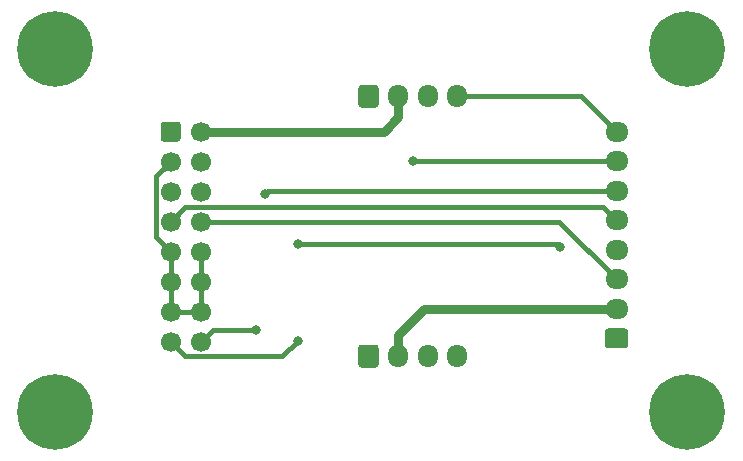
<source format=gbr>
%TF.GenerationSoftware,KiCad,Pcbnew,5.1.12-84ad8e8a86~92~ubuntu20.04.1*%
%TF.CreationDate,2022-01-08T10:03:15+01:00*%
%TF.ProjectId,message_display_interface,6d657373-6167-4655-9f64-6973706c6179,rev?*%
%TF.SameCoordinates,Original*%
%TF.FileFunction,Copper,L1,Top*%
%TF.FilePolarity,Positive*%
%FSLAX46Y46*%
G04 Gerber Fmt 4.6, Leading zero omitted, Abs format (unit mm)*
G04 Created by KiCad (PCBNEW 5.1.12-84ad8e8a86~92~ubuntu20.04.1) date 2022-01-08 10:03:15*
%MOMM*%
%LPD*%
G01*
G04 APERTURE LIST*
%TA.AperFunction,ComponentPad*%
%ADD10C,6.400000*%
%TD*%
%TA.AperFunction,ComponentPad*%
%ADD11O,1.700000X1.950000*%
%TD*%
%TA.AperFunction,ComponentPad*%
%ADD12O,1.950000X1.700000*%
%TD*%
%TA.AperFunction,ComponentPad*%
%ADD13C,1.700000*%
%TD*%
%TA.AperFunction,ViaPad*%
%ADD14C,0.800000*%
%TD*%
%TA.AperFunction,Conductor*%
%ADD15C,0.800000*%
%TD*%
%TA.AperFunction,Conductor*%
%ADD16C,0.400000*%
%TD*%
G04 APERTURE END LIST*
D10*
%TO.P,H4,1*%
%TO.N,GND*%
X177750000Y-88750000D03*
%TD*%
%TO.P,H3,1*%
%TO.N,GND*%
X177750000Y-58000000D03*
%TD*%
%TO.P,H2,1*%
%TO.N,GND*%
X124250000Y-88750000D03*
%TD*%
%TO.P,H1,1*%
%TO.N,GND*%
X124250000Y-58000000D03*
%TD*%
D11*
%TO.P,J4,4*%
%TO.N,/LED_OUT*%
X158250000Y-62000000D03*
%TO.P,J4,3*%
%TO.N,Net-(J3-Pad4)*%
X155750000Y-62000000D03*
%TO.P,J4,2*%
%TO.N,VCC*%
X153250000Y-62000000D03*
%TO.P,J4,1*%
%TO.N,GND*%
%TA.AperFunction,ComponentPad*%
G36*
G01*
X149900000Y-62725000D02*
X149900000Y-61275000D01*
G75*
G02*
X150150000Y-61025000I250000J0D01*
G01*
X151350000Y-61025000D01*
G75*
G02*
X151600000Y-61275000I0J-250000D01*
G01*
X151600000Y-62725000D01*
G75*
G02*
X151350000Y-62975000I-250000J0D01*
G01*
X150150000Y-62975000D01*
G75*
G02*
X149900000Y-62725000I0J250000D01*
G01*
G37*
%TD.AperFunction*%
%TD*%
%TO.P,J3,4*%
%TO.N,Net-(J3-Pad4)*%
X158250000Y-84000000D03*
%TO.P,J3,3*%
%TO.N,/LED_IN*%
X155750000Y-84000000D03*
%TO.P,J3,2*%
%TO.N,VCC*%
X153250000Y-84000000D03*
%TO.P,J3,1*%
%TO.N,GND*%
%TA.AperFunction,ComponentPad*%
G36*
G01*
X149900000Y-84725000D02*
X149900000Y-83275000D01*
G75*
G02*
X150150000Y-83025000I250000J0D01*
G01*
X151350000Y-83025000D01*
G75*
G02*
X151600000Y-83275000I0J-250000D01*
G01*
X151600000Y-84725000D01*
G75*
G02*
X151350000Y-84975000I-250000J0D01*
G01*
X150150000Y-84975000D01*
G75*
G02*
X149900000Y-84725000I0J250000D01*
G01*
G37*
%TD.AperFunction*%
%TD*%
D12*
%TO.P,J1,8*%
%TO.N,/LED_OUT*%
X171750000Y-65000000D03*
%TO.P,J1,7*%
%TO.N,/LED_IN*%
X171750000Y-67500000D03*
%TO.P,J1,6*%
%TO.N,/MD_DOUT*%
X171750000Y-70000000D03*
%TO.P,J1,5*%
%TO.N,/MD_STROBE*%
X171750000Y-72500000D03*
%TO.P,J1,4*%
%TO.N,/MD_CLK*%
X171750000Y-75000000D03*
%TO.P,J1,3*%
%TO.N,/MD_OE*%
X171750000Y-77500000D03*
%TO.P,J1,2*%
%TO.N,VCC*%
X171750000Y-80000000D03*
%TO.P,J1,1*%
%TO.N,GND*%
%TA.AperFunction,ComponentPad*%
G36*
G01*
X172475000Y-83350000D02*
X171025000Y-83350000D01*
G75*
G02*
X170775000Y-83100000I0J250000D01*
G01*
X170775000Y-81900000D01*
G75*
G02*
X171025000Y-81650000I250000J0D01*
G01*
X172475000Y-81650000D01*
G75*
G02*
X172725000Y-81900000I0J-250000D01*
G01*
X172725000Y-83100000D01*
G75*
G02*
X172475000Y-83350000I-250000J0D01*
G01*
G37*
%TD.AperFunction*%
%TD*%
D13*
%TO.P,J2,16*%
%TO.N,/MD_DOUT*%
X136540000Y-82780000D03*
%TO.P,J2,14*%
%TO.N,Net-(J2-Pad10)*%
X136540000Y-80240000D03*
%TO.P,J2,12*%
X136540000Y-77700000D03*
%TO.P,J2,10*%
X136540000Y-75160000D03*
%TO.P,J2,8*%
%TO.N,/MD_OE*%
X136540000Y-72620000D03*
%TO.P,J2,6*%
%TO.N,Net-(J2-Pad6)*%
X136540000Y-70080000D03*
%TO.P,J2,4*%
%TO.N,Net-(J2-Pad4)*%
X136540000Y-67540000D03*
%TO.P,J2,2*%
%TO.N,VCC*%
X136540000Y-65000000D03*
%TO.P,J2,15*%
%TO.N,/MD_CLK*%
X134000000Y-82780000D03*
%TO.P,J2,13*%
%TO.N,Net-(J2-Pad10)*%
X134000000Y-80240000D03*
%TO.P,J2,11*%
X134000000Y-77700000D03*
%TO.P,J2,9*%
X134000000Y-75160000D03*
%TO.P,J2,7*%
%TO.N,/MD_STROBE*%
X134000000Y-72620000D03*
%TO.P,J2,5*%
%TO.N,Net-(J2-Pad5)*%
X134000000Y-70080000D03*
%TO.P,J2,3*%
%TO.N,Net-(J2-Pad10)*%
X134000000Y-67540000D03*
%TO.P,J2,1*%
%TO.N,GND*%
%TA.AperFunction,ComponentPad*%
G36*
G01*
X133150000Y-65600000D02*
X133150000Y-64400000D01*
G75*
G02*
X133400000Y-64150000I250000J0D01*
G01*
X134600000Y-64150000D01*
G75*
G02*
X134850000Y-64400000I0J-250000D01*
G01*
X134850000Y-65600000D01*
G75*
G02*
X134600000Y-65850000I-250000J0D01*
G01*
X133400000Y-65850000D01*
G75*
G02*
X133150000Y-65600000I0J250000D01*
G01*
G37*
%TD.AperFunction*%
%TD*%
D14*
%TO.N,/LED_IN*%
X154500000Y-67500000D03*
%TO.N,/MD_DOUT*%
X142000000Y-70250000D03*
X141250000Y-81750000D03*
%TO.N,/MD_CLK*%
X144750000Y-82750000D03*
X144750000Y-74500000D03*
X167000000Y-74750000D03*
%TD*%
D15*
%TO.N,VCC*%
X153250000Y-63775000D02*
X153250000Y-62000000D01*
X152025000Y-65000000D02*
X153250000Y-63775000D01*
X136540000Y-65000000D02*
X152025000Y-65000000D01*
X155475000Y-80000000D02*
X171750000Y-80000000D01*
X153250000Y-82225000D02*
X155475000Y-80000000D01*
X153250000Y-84000000D02*
X153250000Y-82225000D01*
D16*
%TO.N,/LED_OUT*%
X168750000Y-62000000D02*
X171750000Y-65000000D01*
X158250000Y-62000000D02*
X168750000Y-62000000D01*
%TO.N,/LED_IN*%
X171750000Y-67500000D02*
X154500000Y-67500000D01*
%TO.N,/MD_DOUT*%
X142250000Y-70000000D02*
X142000000Y-70250000D01*
X171750000Y-70000000D02*
X142250000Y-70000000D01*
X137570000Y-81750000D02*
X136540000Y-82780000D01*
X141250000Y-81750000D02*
X137570000Y-81750000D01*
%TO.N,/MD_STROBE*%
X170619999Y-71369999D02*
X171750000Y-72500000D01*
X135250001Y-71369999D02*
X170619999Y-71369999D01*
X134000000Y-72620000D02*
X135250001Y-71369999D01*
%TO.N,/MD_CLK*%
X143469999Y-84030001D02*
X144750000Y-82750000D01*
X135250001Y-84030001D02*
X143469999Y-84030001D01*
X134000000Y-82780000D02*
X135250001Y-84030001D01*
X166750000Y-74500000D02*
X167000000Y-74750000D01*
X144750000Y-74500000D02*
X166750000Y-74500000D01*
%TO.N,/MD_OE*%
X166870000Y-72620000D02*
X171750000Y-77500000D01*
X136540000Y-72620000D02*
X166870000Y-72620000D01*
%TO.N,Net-(J2-Pad10)*%
X132749999Y-73909999D02*
X134000000Y-75160000D01*
X132749999Y-68790001D02*
X132749999Y-73909999D01*
X134000000Y-67540000D02*
X132749999Y-68790001D01*
X134000000Y-75160000D02*
X134000000Y-80240000D01*
X134000000Y-80240000D02*
X136540000Y-80240000D01*
X136540000Y-80240000D02*
X136540000Y-77700000D01*
X136540000Y-77700000D02*
X136540000Y-75160000D01*
%TD*%
M02*

</source>
